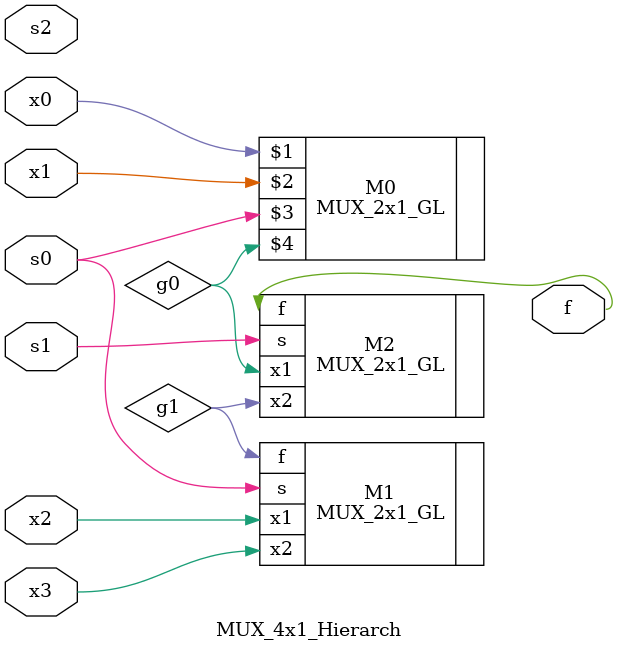
<source format=v>
`timescale 1ns / 1ps


module MUX_4x1_Hierarch(

input x0,x1,x2,x3,
input s0,s1,s2,
output f
    ); // tworz¹c modu³ u¿ywamy go w projekcie przez odwo³anie do nazwy 
   wire g0,g1;
    MUX_2x1_GL M0(
    x0,
    x1,
    s0,
    g0
    );
    MUX_2x1_GL M1( // korzystaj¹c z modu³u MUX 2x1 ³¹czê zmienne.
    .f(g1),
    .x1(x2),
    .x2(x3),
    .s(s0)
    );
    MUX_2x1_GL M2(
    .f(f),
    .x1(g0),
    .x2(g1),
    .s(s1)
    );
    
endmodule

</source>
